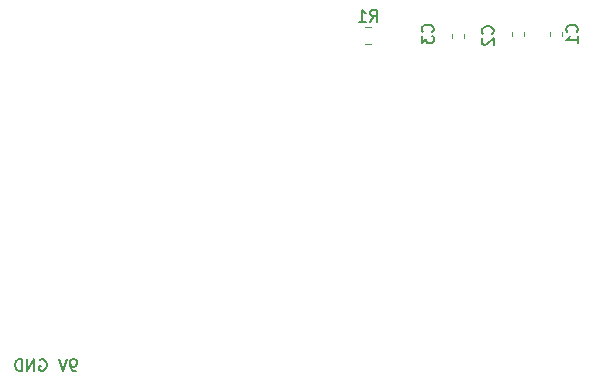
<source format=gbr>
%TF.GenerationSoftware,KiCad,Pcbnew,(5.1.6)-1*%
%TF.CreationDate,2021-01-04T11:57:39+05:30*%
%TF.ProjectId,JoyStick2,4a6f7953-7469-4636-9b32-2e6b69636164,rev?*%
%TF.SameCoordinates,Original*%
%TF.FileFunction,Legend,Bot*%
%TF.FilePolarity,Positive*%
%FSLAX46Y46*%
G04 Gerber Fmt 4.6, Leading zero omitted, Abs format (unit mm)*
G04 Created by KiCad (PCBNEW (5.1.6)-1) date 2021-01-04 11:57:39*
%MOMM*%
%LPD*%
G01*
G04 APERTURE LIST*
%ADD10C,0.150000*%
%ADD11C,0.120000*%
G04 APERTURE END LIST*
D10*
X90296904Y-107450000D02*
X90392142Y-107402380D01*
X90535000Y-107402380D01*
X90677857Y-107450000D01*
X90773095Y-107545238D01*
X90820714Y-107640476D01*
X90868333Y-107830952D01*
X90868333Y-107973809D01*
X90820714Y-108164285D01*
X90773095Y-108259523D01*
X90677857Y-108354761D01*
X90535000Y-108402380D01*
X90439761Y-108402380D01*
X90296904Y-108354761D01*
X90249285Y-108307142D01*
X90249285Y-107973809D01*
X90439761Y-107973809D01*
X89820714Y-108402380D02*
X89820714Y-107402380D01*
X89249285Y-108402380D01*
X89249285Y-107402380D01*
X88773095Y-108402380D02*
X88773095Y-107402380D01*
X88535000Y-107402380D01*
X88392142Y-107450000D01*
X88296904Y-107545238D01*
X88249285Y-107640476D01*
X88201666Y-107830952D01*
X88201666Y-107973809D01*
X88249285Y-108164285D01*
X88296904Y-108259523D01*
X88392142Y-108354761D01*
X88535000Y-108402380D01*
X88773095Y-108402380D01*
X93329047Y-108402380D02*
X93138571Y-108402380D01*
X93043333Y-108354761D01*
X92995714Y-108307142D01*
X92900476Y-108164285D01*
X92852857Y-107973809D01*
X92852857Y-107592857D01*
X92900476Y-107497619D01*
X92948095Y-107450000D01*
X93043333Y-107402380D01*
X93233809Y-107402380D01*
X93329047Y-107450000D01*
X93376666Y-107497619D01*
X93424285Y-107592857D01*
X93424285Y-107830952D01*
X93376666Y-107926190D01*
X93329047Y-107973809D01*
X93233809Y-108021428D01*
X93043333Y-108021428D01*
X92948095Y-107973809D01*
X92900476Y-107926190D01*
X92852857Y-107830952D01*
X92567142Y-107402380D02*
X92233809Y-108402380D01*
X91900476Y-107402380D01*
D11*
%TO.C,C1*%
X134495000Y-80020279D02*
X134495000Y-79694721D01*
X133475000Y-80020279D02*
X133475000Y-79694721D01*
%TO.C,C2*%
X130300000Y-80020279D02*
X130300000Y-79694721D01*
X131320000Y-80020279D02*
X131320000Y-79694721D01*
%TO.C,C3*%
X125220000Y-80172779D02*
X125220000Y-79847221D01*
X126240000Y-80172779D02*
X126240000Y-79847221D01*
%TO.C,R1*%
X118368578Y-79300000D02*
X117851422Y-79300000D01*
X118368578Y-80720000D02*
X117851422Y-80720000D01*
%TO.C,C1*%
D10*
X135772142Y-79690833D02*
X135819761Y-79643214D01*
X135867380Y-79500357D01*
X135867380Y-79405119D01*
X135819761Y-79262261D01*
X135724523Y-79167023D01*
X135629285Y-79119404D01*
X135438809Y-79071785D01*
X135295952Y-79071785D01*
X135105476Y-79119404D01*
X135010238Y-79167023D01*
X134915000Y-79262261D01*
X134867380Y-79405119D01*
X134867380Y-79500357D01*
X134915000Y-79643214D01*
X134962619Y-79690833D01*
X135867380Y-80643214D02*
X135867380Y-80071785D01*
X135867380Y-80357500D02*
X134867380Y-80357500D01*
X135010238Y-80262261D01*
X135105476Y-80167023D01*
X135153095Y-80071785D01*
%TO.C,C2*%
X128627142Y-79843333D02*
X128674761Y-79795714D01*
X128722380Y-79652857D01*
X128722380Y-79557619D01*
X128674761Y-79414761D01*
X128579523Y-79319523D01*
X128484285Y-79271904D01*
X128293809Y-79224285D01*
X128150952Y-79224285D01*
X127960476Y-79271904D01*
X127865238Y-79319523D01*
X127770000Y-79414761D01*
X127722380Y-79557619D01*
X127722380Y-79652857D01*
X127770000Y-79795714D01*
X127817619Y-79843333D01*
X127817619Y-80224285D02*
X127770000Y-80271904D01*
X127722380Y-80367142D01*
X127722380Y-80605238D01*
X127770000Y-80700476D01*
X127817619Y-80748095D01*
X127912857Y-80795714D01*
X128008095Y-80795714D01*
X128150952Y-80748095D01*
X128722380Y-80176666D01*
X128722380Y-80795714D01*
%TO.C,C3*%
X123547142Y-79690833D02*
X123594761Y-79643214D01*
X123642380Y-79500357D01*
X123642380Y-79405119D01*
X123594761Y-79262261D01*
X123499523Y-79167023D01*
X123404285Y-79119404D01*
X123213809Y-79071785D01*
X123070952Y-79071785D01*
X122880476Y-79119404D01*
X122785238Y-79167023D01*
X122690000Y-79262261D01*
X122642380Y-79405119D01*
X122642380Y-79500357D01*
X122690000Y-79643214D01*
X122737619Y-79690833D01*
X122642380Y-80024166D02*
X122642380Y-80643214D01*
X123023333Y-80309880D01*
X123023333Y-80452738D01*
X123070952Y-80547976D01*
X123118571Y-80595595D01*
X123213809Y-80643214D01*
X123451904Y-80643214D01*
X123547142Y-80595595D01*
X123594761Y-80547976D01*
X123642380Y-80452738D01*
X123642380Y-80167023D01*
X123594761Y-80071785D01*
X123547142Y-80024166D01*
%TO.C,R1*%
X118276666Y-78812380D02*
X118610000Y-78336190D01*
X118848095Y-78812380D02*
X118848095Y-77812380D01*
X118467142Y-77812380D01*
X118371904Y-77860000D01*
X118324285Y-77907619D01*
X118276666Y-78002857D01*
X118276666Y-78145714D01*
X118324285Y-78240952D01*
X118371904Y-78288571D01*
X118467142Y-78336190D01*
X118848095Y-78336190D01*
X117324285Y-78812380D02*
X117895714Y-78812380D01*
X117610000Y-78812380D02*
X117610000Y-77812380D01*
X117705238Y-77955238D01*
X117800476Y-78050476D01*
X117895714Y-78098095D01*
%TD*%
M02*

</source>
